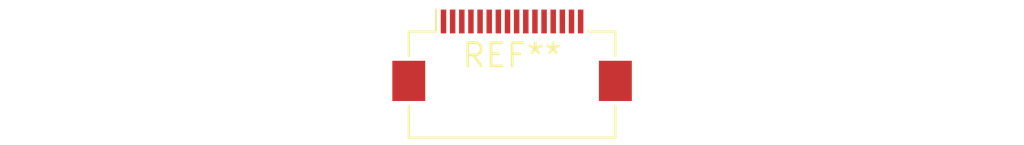
<source format=kicad_pcb>
(kicad_pcb (version 20240108) (generator pcbnew)
  (layers (0 "F.Cu" signal) (31 "B.Cu" signal) (34 "B.Paste" user) (35 "F.Paste" user) (36 "B.SilkS" user "B.Silkscreen") (37 "F.SilkS" user "F.Silkscreen") (38 "B.Mask" user) (39 "F.Mask" user) (44 "Edge.Cuts" user))
  (net 0 "")
  (footprint "Hirose_FH12-16S-0.5SH_1x16-1MP_P0.50mm_Horizontal" (layer "F.Cu") (at 0 0)
    (property "Reference" "REF**")
    (property "Value" "Hirose_FH12-16S-0.5SH_1x16-1MP_P0.50mm_Horizontal")
    (fp_line (start -5.65 -1.3) (end -5.65 0.04) (layer "F.SilkS") (stroke (width 0.12)))
    (fp_line (start -5.65 2.76) (end -5.65 4.5) (layer "F.SilkS") (stroke (width 0.12)))
    (fp_line (start -5.65 4.5) (end 5.65 4.5) (layer "F.SilkS") (stroke (width 0.12)))
    (fp_line (start -4.16 -1.3) (end -5.65 -1.3) (layer "F.SilkS") (stroke (width 0.12)))
    (fp_line (start -4.16 -1.3) (end -4.16 -2.5) (layer "F.SilkS") (stroke (width 0.12)))
    (fp_line (start 4.16 -1.3) (end 5.65 -1.3) (layer "F.SilkS") (stroke (width 0.12)))
    (fp_line (start 5.65 -1.3) (end 5.65 0.04) (layer "F.SilkS") (stroke (width 0.12)))
    (fp_line (start 5.65 4.5) (end 5.65 2.76) (layer "F.SilkS") (stroke (width 0.12)))
    (pad "1" smd rect (at -3.75 -1.85) (size 0.3 1.3) (layers "F.Cu" "F.Paste" "F.Mask"))
    (pad "2" smd rect (at -3.25 -1.85) (size 0.3 1.3) (layers "F.Cu" "F.Paste" "F.Mask"))
    (pad "3" smd rect (at -2.75 -1.85) (size 0.3 1.3) (layers "F.Cu" "F.Paste" "F.Mask"))
    (pad "4" smd rect (at -2.25 -1.85) (size 0.3 1.3) (layers "F.Cu" "F.Paste" "F.Mask"))
    (pad "5" smd rect (at -1.75 -1.85) (size 0.3 1.3) (layers "F.Cu" "F.Paste" "F.Mask"))
    (pad "6" smd rect (at -1.25 -1.85) (size 0.3 1.3) (layers "F.Cu" "F.Paste" "F.Mask"))
    (pad "7" smd rect (at -0.75 -1.85) (size 0.3 1.3) (layers "F.Cu" "F.Paste" "F.Mask"))
    (pad "8" smd rect (at -0.25 -1.85) (size 0.3 1.3) (layers "F.Cu" "F.Paste" "F.Mask"))
    (pad "9" smd rect (at 0.25 -1.85) (size 0.3 1.3) (layers "F.Cu" "F.Paste" "F.Mask"))
    (pad "10" smd rect (at 0.75 -1.85) (size 0.3 1.3) (layers "F.Cu" "F.Paste" "F.Mask"))
    (pad "11" smd rect (at 1.25 -1.85) (size 0.3 1.3) (layers "F.Cu" "F.Paste" "F.Mask"))
    (pad "12" smd rect (at 1.75 -1.85) (size 0.3 1.3) (layers "F.Cu" "F.Paste" "F.Mask"))
    (pad "13" smd rect (at 2.25 -1.85) (size 0.3 1.3) (layers "F.Cu" "F.Paste" "F.Mask"))
    (pad "14" smd rect (at 2.75 -1.85) (size 0.3 1.3) (layers "F.Cu" "F.Paste" "F.Mask"))
    (pad "15" smd rect (at 3.25 -1.85) (size 0.3 1.3) (layers "F.Cu" "F.Paste" "F.Mask"))
    (pad "16" smd rect (at 3.75 -1.85) (size 0.3 1.3) (layers "F.Cu" "F.Paste" "F.Mask"))
    (pad "MP" smd rect (at -5.65 1.4) (size 1.8 2.2) (layers "F.Cu" "F.Paste" "F.Mask"))
    (pad "MP" smd rect (at 5.65 1.4) (size 1.8 2.2) (layers "F.Cu" "F.Paste" "F.Mask"))
  )
)
</source>
